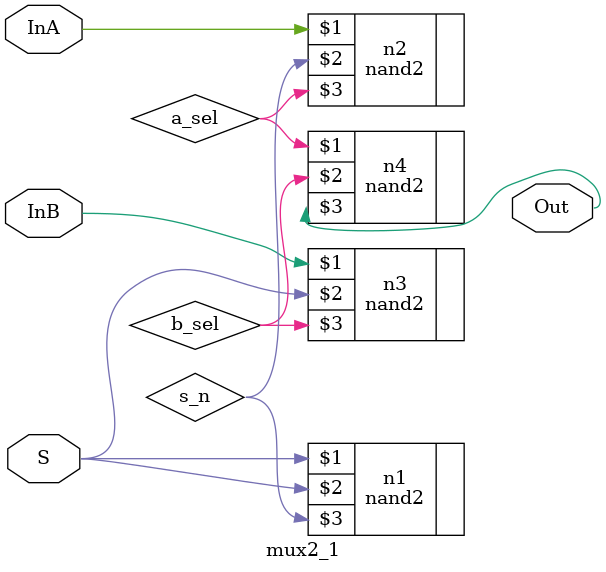
<source format=v>
/*
    CS/ECE 552 Spring '19
    Homework #3, Problem 1

    2-1 mux template
    @author Michael Yang
*/
module mux2_1(InA, InB, S, Out);
    input   InA, InB;
    input   S;
    output  Out;

    // YOUR CODE HERE
    wire s_n, a_sel, b_sel; 
    nand2 n1 (S, S, s_n),
        n2 (InA, s_n, a_sel),
        n3 (InB, S, b_sel),
        n4 (a_sel, b_sel, Out);

endmodule

</source>
